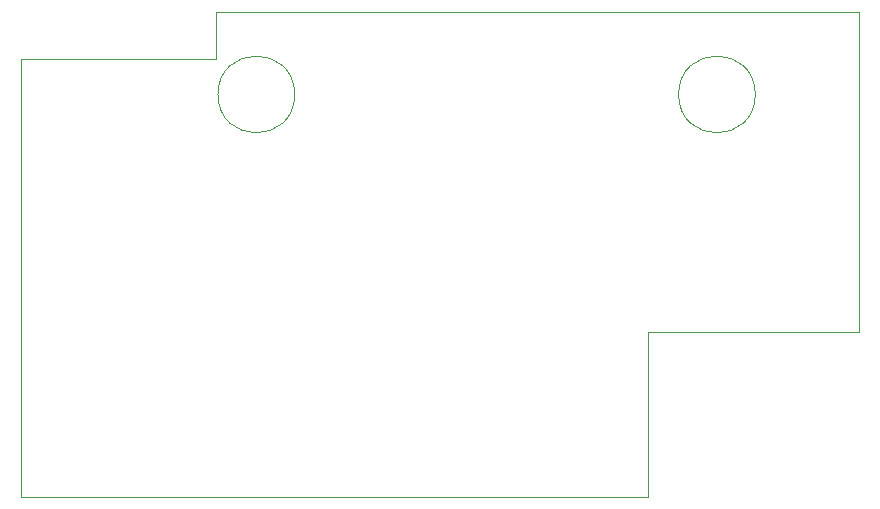
<source format=gbr>
%TF.GenerationSoftware,KiCad,Pcbnew,9.0.1*%
%TF.CreationDate,2025-05-26T15:55:47+03:00*%
%TF.ProjectId,KeyboardSecurity,4b657962-6f61-4726-9453-656375726974,rev?*%
%TF.SameCoordinates,Original*%
%TF.FileFunction,Profile,NP*%
%FSLAX46Y46*%
G04 Gerber Fmt 4.6, Leading zero omitted, Abs format (unit mm)*
G04 Created by KiCad (PCBNEW 9.0.1) date 2025-05-26 15:55:47*
%MOMM*%
%LPD*%
G01*
G04 APERTURE LIST*
%TA.AperFunction,Profile*%
%ADD10C,0.050000*%
%TD*%
G04 APERTURE END LIST*
D10*
X92583000Y-69418200D02*
X92583000Y-73406000D01*
X129143800Y-96494600D02*
X147000000Y-96494600D01*
X99250000Y-76418200D02*
G75*
G02*
X92750000Y-76418200I-3250000J0D01*
G01*
X92750000Y-76418200D02*
G75*
G02*
X99250000Y-76418200I3250000J0D01*
G01*
X129143800Y-110464600D02*
X129143800Y-96494600D01*
X147000000Y-96494600D02*
X147000000Y-69418200D01*
X138250000Y-76418200D02*
G75*
G02*
X131750000Y-76418200I-3250000J0D01*
G01*
X131750000Y-76418200D02*
G75*
G02*
X138250000Y-76418200I3250000J0D01*
G01*
X76098103Y-110464600D02*
X129143800Y-110464600D01*
X92583000Y-73406000D02*
X76098103Y-73406000D01*
X76098103Y-73406000D02*
X76098103Y-110464600D01*
X147000000Y-69418200D02*
X92583000Y-69418200D01*
M02*

</source>
